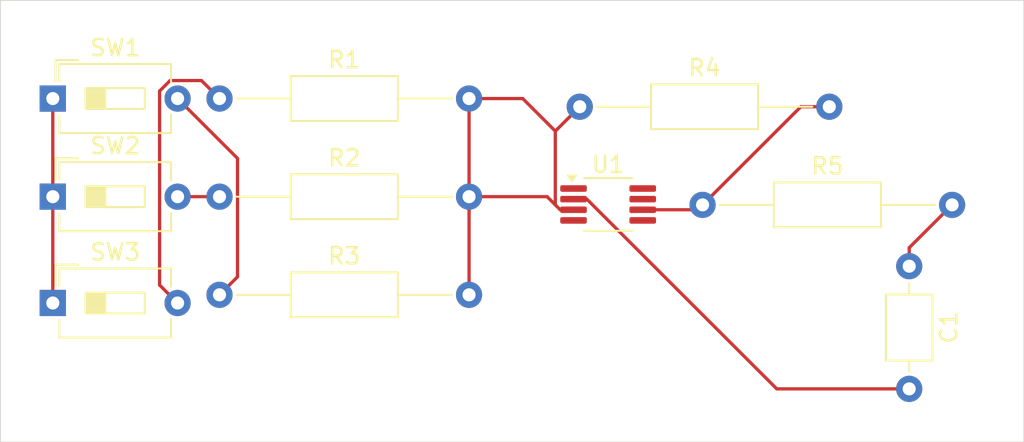
<source format=kicad_pcb>
(kicad_pcb (version 20240108) (generator "pcbnew") (generator_version "8.0")
  (title_block (title "DAC Converter") (date "2024-07-03") (rev "v1") (company "Elektronica"))
  (layers (0 "F.Cu" signal) (31 "B.Cu" signal) (34 "B.Paste" user) (35 "F.Paste" user) (36 "B.SilkS" user "B.Silkscreen") (37 "F.SilkS" user "F.Silkscreen") (38 "B.Mask" user) (39 "F.Mask" user) (44 "Edge.Cuts" user))
  (net 0 "")
  (net 1 "GND")
  (net 2 "/Analog_Out")
  (net 3 "/B2")
  (net 4 "/INPUT")
  (net 5 "/B1")
  (net 6 "/B0")
  (net 7 "/OUT")
  (net 8 "+3.3V")
  (net 9 "+5V")
  (net 10 "-5V")
  (footprint "Resistor_THT:R_Axial_DIN0207_L6.3mm_D2.5mm_P15.24mm_Horizontal" (layer "F.Cu") (at 116.38 89.5)
    (property "Reference" "R2" (at 7.62 -2.37 0) (layer "F.SilkS"))
    (property "Value" "2k")
    (fp_line (start 1.04 0) (end 4.35 0) (stroke (width 0.12)) (layer "F.SilkS"))
    (fp_line (start 4.35 -1.37) (end 4.35 1.37) (stroke (width 0.12)) (layer "F.SilkS"))
    (fp_line (start 4.35 1.37) (end 10.89 1.37) (stroke (width 0.12)) (layer "F.SilkS"))
    (fp_line (start 10.89 -1.37) (end 4.35 -1.37) (stroke (width 0.12)) (layer "F.SilkS"))
    (fp_line (start 10.89 1.37) (end 10.89 -1.37) (stroke (width 0.12)) (layer "F.SilkS"))
    (fp_line (start 14.2 0) (end 10.89 0) (stroke (width 0.12)) (layer "F.SilkS"))
    (pad "1" thru_hole circle (at 0 0) (size 1.6 1.6) (drill 0.8) (layers "*.Cu" "*.Mask") (net 5 "/B1"))
    (pad "2" thru_hole oval (at 15.24 0) (size 1.6 1.6) (drill 0.8) (layers "*.Cu" "*.Mask") (net 4 "/INPUT"))
  )
  (footprint "Package_SO:MSOP-8_3x3mm_P0.65mm" (layer "F.Cu") (at 140.1125 89.975)
    (property "Reference" "U1" (at 0 -2.45 0) (layer "F.SilkS"))
    (property "Value" "OP1177ARM")
    (fp_line (start 0 -1.61) (end -1.5 -1.61) (stroke (width 0.12)) (layer "F.SilkS"))
    (fp_line (start 0 -1.61) (end 1.5 -1.61) (stroke (width 0.12)) (layer "F.SilkS"))
    (fp_line (start 0 1.61) (end -1.5 1.61) (stroke (width 0.12)) (layer "F.SilkS"))
    (fp_line (start 0 1.61) (end 1.5 1.61) (stroke (width 0.12)) (layer "F.SilkS"))
    (fp_poly (pts (xy -2.2125 -1.435) (xy -2.4525 -1.765) (xy -1.9725 -1.765) (xy -2.2125 -1.435)) (stroke (width 0.12)) (fill solid) (layer "F.SilkS"))
    (pad "1" smd roundrect (at -2.1125 -0.975) (size 1.625 0.4) (layers "F.Cu" "F.Paste" "F.Mask"))
    (pad "2" smd roundrect (at -2.1125 -0.325) (size 1.625 0.4) (layers "F.Cu" "F.Paste" "F.Mask") (net 1 "GND"))
    (pad "3" smd roundrect (at -2.1125 0.325) (size 1.625 0.4) (layers "F.Cu" "F.Paste" "F.Mask") (net 4 "/INPUT"))
    (pad "4" smd roundrect (at -2.1125 0.975) (size 1.625 0.4) (layers "F.Cu" "F.Paste" "F.Mask") (net 10 "-5V"))
    (pad "5" smd roundrect (at 2.1125 0.975) (size 1.625 0.4) (layers "F.Cu" "F.Paste" "F.Mask"))
    (pad "6" smd roundrect (at 2.1125 0.325) (size 1.625 0.4) (layers "F.Cu" "F.Paste" "F.Mask") (net 7 "/OUT"))
    (pad "7" smd roundrect (at 2.1125 -0.325) (size 1.625 0.4) (layers "F.Cu" "F.Paste" "F.Mask") (net 9 "+5V"))
    (pad "8" smd roundrect (at 2.1125 -0.975) (size 1.625 0.4) (layers "F.Cu" "F.Paste" "F.Mask"))
  )
  (footprint "Resistor_THT:R_Axial_DIN0207_L6.3mm_D2.5mm_P15.24mm_Horizontal" (layer "F.Cu") (at 116.38 95.5)
    (property "Reference" "R3" (at 7.62 -2.37 0) (layer "F.SilkS"))
    (property "Value" "4k")
    (fp_line (start 1.04 0) (end 4.35 0) (stroke (width 0.12)) (layer "F.SilkS"))
    (fp_line (start 4.35 -1.37) (end 4.35 1.37) (stroke (width 0.12)) (layer "F.SilkS"))
    (fp_line (start 4.35 1.37) (end 10.89 1.37) (stroke (width 0.12)) (layer "F.SilkS"))
    (fp_line (start 10.89 -1.37) (end 4.35 -1.37) (stroke (width 0.12)) (layer "F.SilkS"))
    (fp_line (start 10.89 1.37) (end 10.89 -1.37) (stroke (width 0.12)) (layer "F.SilkS"))
    (fp_line (start 14.2 0) (end 10.89 0) (stroke (width 0.12)) (layer "F.SilkS"))
    (pad "1" thru_hole circle (at 0 0) (size 1.6 1.6) (drill 0.8) (layers "*.Cu" "*.Mask") (net 6 "/B0"))
    (pad "2" thru_hole oval (at 15.24 0) (size 1.6 1.6) (drill 0.8) (layers "*.Cu" "*.Mask") (net 4 "/INPUT"))
  )
  (footprint "Resistor_THT:R_Axial_DIN0207_L6.3mm_D2.5mm_P15.24mm_Horizontal" (layer "F.Cu") (at 145.88 90)
    (property "Reference" "R5" (at 7.62 -2.37 0) (layer "F.SilkS"))
    (property "Value" "1k")
    (fp_line (start 1.04 0) (end 4.35 0) (stroke (width 0.12)) (layer "F.SilkS"))
    (fp_line (start 4.35 -1.37) (end 4.35 1.37) (stroke (width 0.12)) (layer "F.SilkS"))
    (fp_line (start 4.35 1.37) (end 10.89 1.37) (stroke (width 0.12)) (layer "F.SilkS"))
    (fp_line (start 10.89 -1.37) (end 4.35 -1.37) (stroke (width 0.12)) (layer "F.SilkS"))
    (fp_line (start 10.89 1.37) (end 10.89 -1.37) (stroke (width 0.12)) (layer "F.SilkS"))
    (fp_line (start 14.2 0) (end 10.89 0) (stroke (width 0.12)) (layer "F.SilkS"))
    (pad "1" thru_hole circle (at 0 0) (size 1.6 1.6) (drill 0.8) (layers "*.Cu" "*.Mask") (net 7 "/OUT"))
    (pad "2" thru_hole oval (at 15.24 0) (size 1.6 1.6) (drill 0.8) (layers "*.Cu" "*.Mask") (net 2 "/Analog_Out"))
  )
  (footprint "Resistor_THT:R_Axial_DIN0207_L6.3mm_D2.5mm_P15.24mm_Horizontal" (layer "F.Cu") (at 138.38 84)
    (property "Reference" "R4" (at 7.62 -2.37 0) (layer "F.SilkS"))
    (property "Value" "1k")
    (fp_line (start 1.04 0) (end 4.35 0) (stroke (width 0.12)) (layer "F.SilkS"))
    (fp_line (start 4.35 -1.37) (end 4.35 1.37) (stroke (width 0.12)) (layer "F.SilkS"))
    (fp_line (start 4.35 1.37) (end 10.89 1.37) (stroke (width 0.12)) (layer "F.SilkS"))
    (fp_line (start 10.89 -1.37) (end 4.35 -1.37) (stroke (width 0.12)) (layer "F.SilkS"))
    (fp_line (start 10.89 1.37) (end 10.89 -1.37) (stroke (width 0.12)) (layer "F.SilkS"))
    (fp_line (start 14.2 0) (end 10.89 0) (stroke (width 0.12)) (layer "F.SilkS"))
    (pad "1" thru_hole circle (at 0 0) (size 1.6 1.6) (drill 0.8) (layers "*.Cu" "*.Mask") (net 4 "/INPUT"))
    (pad "2" thru_hole oval (at 15.24 0) (size 1.6 1.6) (drill 0.8) (layers "*.Cu" "*.Mask") (net 7 "/OUT"))
  )
  (footprint "Capacitor_THT:C_Axial_L3.8mm_D2.6mm_P7.50mm_Horizontal" (layer "F.Cu") (at 158.5 93.75 -90)
    (property "Reference" "C1" (at 3.75 -2.42 90) (layer "F.SilkS"))
    (property "Value" "200n")
    (fp_line (start 1.73 1.42) (end 5.77 1.42) (stroke (width 0.12)) (layer "F.SilkS"))
    (fp_line (start 5.77 1.42) (end 5.77 -1.42) (stroke (width 0.12)) (layer "F.SilkS"))
    (fp_line (start 1.04 0) (end 1.73 0) (stroke (width 0.12)) (layer "F.SilkS"))
    (fp_line (start 6.46 0) (end 5.77 0) (stroke (width 0.12)) (layer "F.SilkS"))
    (fp_line (start 1.73 -1.42) (end 1.73 1.42) (stroke (width 0.12)) (layer "F.SilkS"))
    (fp_line (start 5.77 -1.42) (end 1.73 -1.42) (stroke (width 0.12)) (layer "F.SilkS"))
    (pad "1" thru_hole circle (at 0 0 270) (size 1.6 1.6) (drill 0.8) (layers "*.Cu" "*.Mask") (net 2 "/Analog_Out"))
    (pad "2" thru_hole oval (at 7.5 0 270) (size 1.6 1.6) (drill 0.8) (layers "*.Cu" "*.Mask") (net 1 "GND"))
  )
  (footprint "Button_Switch_THT:SW_DIP_SPSTx01_Slide_6.7x4.1mm_W7.62mm_P2.54mm_LowProfile" (layer "F.Cu") (at 106.2 83.5)
    (property "Reference" "SW1" (at 3.81 -3.11 0) (layer "F.SilkS"))
    (property "Value" "SW_SPST")
    (fp_line (start 0.16 -2.35) (end 0.16 -1.04) (stroke (width 0.12)) (layer "F.SilkS"))
    (fp_line (start 0.16 -2.35) (end 1.543 -2.35) (stroke (width 0.12)) (layer "F.SilkS"))
    (fp_line (start 0.4 -2.11) (end 0.4 -1.04) (stroke (width 0.12)) (layer "F.SilkS"))
    (fp_line (start 0.4 -2.11) (end 7.221 -2.11) (stroke (width 0.12)) (layer "F.SilkS"))
    (fp_line (start 0.4 1.04) (end 0.4 2.11) (stroke (width 0.12)) (layer "F.SilkS"))
    (fp_line (start 0.4 2.11) (end 7.221 2.11) (stroke (width 0.12)) (layer "F.SilkS"))
    (fp_line (start 2 -0.635) (end 2 0.635) (stroke (width 0.12)) (layer "F.SilkS"))
    (fp_line (start 2 -0.515) (end 3.206667 -0.515) (stroke (width 0.12)) (layer "F.SilkS"))
    (fp_line (start 2 -0.395) (end 3.206667 -0.395) (stroke (width 0.12)) (layer "F.SilkS"))
    (fp_line (start 2 -0.275) (end 3.206667 -0.275) (stroke (width 0.12)) (layer "F.SilkS"))
    (fp_line (start 2 -0.155) (end 3.206667 -0.155) (stroke (width 0.12)) (layer "F.SilkS"))
    (fp_line (start 2 -0.035) (end 3.206667 -0.035) (stroke (width 0.12)) (layer "F.SilkS"))
    (fp_line (start 2 0.085) (end 3.206667 0.085) (stroke (width 0.12)) (layer "F.SilkS"))
    (fp_line (start 2 0.205) (end 3.206667 0.205) (stroke (width 0.12)) (layer "F.SilkS"))
    (fp_line (start 2 0.325) (end 3.206667 0.325) (stroke (width 0.12)) (layer "F.SilkS"))
    (fp_line (start 2 0.445) (end 3.206667 0.445) (stroke (width 0.12)) (layer "F.SilkS"))
    (fp_line (start 2 0.565) (end 3.206667 0.565) (stroke (width 0.12)) (layer "F.SilkS"))
    (fp_line (start 2 0.635) (end 5.62 0.635) (stroke (width 0.12)) (layer "F.SilkS"))
    (fp_line (start 3.206667 -0.635) (end 3.206667 0.635) (stroke (width 0.12)) (layer "F.SilkS"))
    (fp_line (start 5.62 -0.635) (end 2 -0.635) (stroke (width 0.12)) (layer "F.SilkS"))
    (fp_line (start 5.62 0.635) (end 5.62 -0.635) (stroke (width 0.12)) (layer "F.SilkS"))
    (fp_line (start 7.221 -2.11) (end 7.221 -0.99) (stroke (width 0.12)) (layer "F.SilkS"))
    (fp_line (start 7.221 0.99) (end 7.221 2.11) (stroke (width 0.12)) (layer "F.SilkS"))
    (pad "1" thru_hole rect (at 0 0) (size 1.6 1.6) (drill 0.8) (layers "*.Cu" "*.Mask") (net 8 "+3.3V"))
    (pad "2" thru_hole oval (at 7.62 0) (size 1.6 1.6) (drill 0.8) (layers "*.Cu" "*.Mask") (net 6 "/B0"))
  )
  (footprint "Resistor_THT:R_Axial_DIN0207_L6.3mm_D2.5mm_P15.24mm_Horizontal" (layer "F.Cu") (at 116.38 83.5)
    (property "Reference" "R1" (at 7.62 -2.37 0) (layer "F.SilkS"))
    (property "Value" "1k")
    (fp_line (start 1.04 0) (end 4.35 0) (stroke (width 0.12)) (layer "F.SilkS"))
    (fp_line (start 4.35 -1.37) (end 4.35 1.37) (stroke (width 0.12)) (layer "F.SilkS"))
    (fp_line (start 4.35 1.37) (end 10.89 1.37) (stroke (width 0.12)) (layer "F.SilkS"))
    (fp_line (start 10.89 -1.37) (end 4.35 -1.37) (stroke (width 0.12)) (layer "F.SilkS"))
    (fp_line (start 10.89 1.37) (end 10.89 -1.37) (stroke (width 0.12)) (layer "F.SilkS"))
    (fp_line (start 14.2 0) (end 10.89 0) (stroke (width 0.12)) (layer "F.SilkS"))
    (pad "1" thru_hole circle (at 0 0) (size 1.6 1.6) (drill 0.8) (layers "*.Cu" "*.Mask") (net 3 "/B2"))
    (pad "2" thru_hole oval (at 15.24 0) (size 1.6 1.6) (drill 0.8) (layers "*.Cu" "*.Mask") (net 4 "/INPUT"))
  )
  (footprint "Button_Switch_THT:SW_DIP_SPSTx01_Slide_6.7x4.1mm_W7.62mm_P2.54mm_LowProfile" (layer "F.Cu") (at 106.2 96)
    (property "Reference" "SW3" (at 3.81 -3.11 0) (layer "F.SilkS"))
    (property "Value" "SW_SPST")
    (fp_line (start 0.16 -2.35) (end 0.16 -1.04) (stroke (width 0.12)) (layer "F.SilkS"))
    (fp_line (start 0.16 -2.35) (end 1.543 -2.35) (stroke (width 0.12)) (layer "F.SilkS"))
    (fp_line (start 0.4 -2.11) (end 0.4 -1.04) (stroke (width 0.12)) (layer "F.SilkS"))
    (fp_line (start 0.4 -2.11) (end 7.221 -2.11) (stroke (width 0.12)) (layer "F.SilkS"))
    (fp_line (start 0.4 1.04) (end 0.4 2.11) (stroke (width 0.12)) (layer "F.SilkS"))
    (fp_line (start 0.4 2.11) (end 7.221 2.11) (stroke (width 0.12)) (layer "F.SilkS"))
    (fp_line (start 2 -0.635) (end 2 0.635) (stroke (width 0.12)) (layer "F.SilkS"))
    (fp_line (start 2 -0.515) (end 3.206667 -0.515) (stroke (width 0.12)) (layer "F.SilkS"))
    (fp_line (start 2 -0.395) (end 3.206667 -0.395) (stroke (width 0.12)) (layer "F.SilkS"))
    (fp_line (start 2 -0.275) (end 3.206667 -0.275) (stroke (width 0.12)) (layer "F.SilkS"))
    (fp_line (start 2 -0.155) (end 3.206667 -0.155) (stroke (width 0.12)) (layer "F.SilkS"))
    (fp_line (start 2 -0.035) (end 3.206667 -0.035) (stroke (width 0.12)) (layer "F.SilkS"))
    (fp_line (start 2 0.085) (end 3.206667 0.085) (stroke (width 0.12)) (layer "F.SilkS"))
    (fp_line (start 2 0.205) (end 3.206667 0.205) (stroke (width 0.12)) (layer "F.SilkS"))
    (fp_line (start 2 0.325) (end 3.206667 0.325) (stroke (width 0.12)) (layer "F.SilkS"))
    (fp_line (start 2 0.445) (end 3.206667 0.445) (stroke (width 0.12)) (layer "F.SilkS"))
    (fp_line (start 2 0.565) (end 3.206667 0.565) (stroke (width 0.12)) (layer "F.SilkS"))
    (fp_line (start 2 0.635) (end 5.62 0.635) (stroke (width 0.12)) (layer "F.SilkS"))
    (fp_line (start 3.206667 -0.635) (end 3.206667 0.635) (stroke (width 0.12)) (layer "F.SilkS"))
    (fp_line (start 5.62 -0.635) (end 2 -0.635) (stroke (width 0.12)) (layer "F.SilkS"))
    (fp_line (start 5.62 0.635) (end 5.62 -0.635) (stroke (width 0.12)) (layer "F.SilkS"))
    (fp_line (start 7.221 -2.11) (end 7.221 -0.99) (stroke (width 0.12)) (layer "F.SilkS"))
    (fp_line (start 7.221 0.99) (end 7.221 2.11) (stroke (width 0.12)) (layer "F.SilkS"))
    (pad "1" thru_hole rect (at 0 0) (size 1.6 1.6) (drill 0.8) (layers "*.Cu" "*.Mask") (net 8 "+3.3V"))
    (pad "2" thru_hole oval (at 7.62 0) (size 1.6 1.6) (drill 0.8) (layers "*.Cu" "*.Mask") (net 3 "/B2"))
  )
  (footprint "Button_Switch_THT:SW_DIP_SPSTx01_Slide_6.7x4.1mm_W7.62mm_P2.54mm_LowProfile" (layer "F.Cu") (at 106.2 89.5)
    (property "Reference" "SW2" (at 3.81 -3.11 0) (layer "F.SilkS"))
    (property "Value" "SW_SPST")
    (fp_line (start 0.16 -2.35) (end 0.16 -1.04) (stroke (width 0.12)) (layer "F.SilkS"))
    (fp_line (start 0.16 -2.35) (end 1.543 -2.35) (stroke (width 0.12)) (layer "F.SilkS"))
    (fp_line (start 0.4 -2.11) (end 0.4 -1.04) (stroke (width 0.12)) (layer "F.SilkS"))
    (fp_line (start 0.4 -2.11) (end 7.221 -2.11) (stroke (width 0.12)) (layer "F.SilkS"))
    (fp_line (start 0.4 1.04) (end 0.4 2.11) (stroke (width 0.12)) (layer "F.SilkS"))
    (fp_line (start 0.4 2.11) (end 7.221 2.11) (stroke (width 0.12)) (layer "F.SilkS"))
    (fp_line (start 2 -0.635) (end 2 0.635) (stroke (width 0.12)) (layer "F.SilkS"))
    (fp_line (start 2 -0.515) (end 3.206667 -0.515) (stroke (width 0.12)) (layer "F.SilkS"))
    (fp_line (start 2 -0.395) (end 3.206667 -0.395) (stroke (width 0.12)) (layer "F.SilkS"))
    (fp_line (start 2 -0.275) (end 3.206667 -0.275) (stroke (width 0.12)) (layer "F.SilkS"))
    (fp_line (start 2 -0.155) (end 3.206667 -0.155) (stroke (width 0.12)) (layer "F.SilkS"))
    (fp_line (start 2 -0.035) (end 3.206667 -0.035) (stroke (width 0.12)) (layer "F.SilkS"))
    (fp_line (start 2 0.085) (end 3.206667 0.085) (stroke (width 0.12)) (layer "F.SilkS"))
    (fp_line (start 2 0.205) (end 3.206667 0.205) (stroke (width 0.12)) (layer "F.SilkS"))
    (fp_line (start 2 0.325) (end 3.206667 0.325) (stroke (width 0.12)) (layer "F.SilkS"))
    (fp_line (start 2 0.445) (end 3.206667 0.445) (stroke (width 0.12)) (layer "F.SilkS"))
    (fp_line (start 2 0.565) (end 3.206667 0.565) (stroke (width 0.12)) (layer "F.SilkS"))
    (fp_line (start 2 0.635) (end 5.62 0.635) (stroke (width 0.12)) (layer "F.SilkS"))
    (fp_line (start 3.206667 -0.635) (end 3.206667 0.635) (stroke (width 0.12)) (layer "F.SilkS"))
    (fp_line (start 5.62 -0.635) (end 2 -0.635) (stroke (width 0.12)) (layer "F.SilkS"))
    (fp_line (start 5.62 0.635) (end 5.62 -0.635) (stroke (width 0.12)) (layer "F.SilkS"))
    (fp_line (start 7.221 -2.11) (end 7.221 -0.99) (stroke (width 0.12)) (layer "F.SilkS"))
    (fp_line (start 7.221 0.99) (end 7.221 2.11) (stroke (width 0.12)) (layer "F.SilkS"))
    (pad "1" thru_hole rect (at 0 0) (size 1.6 1.6) (drill 0.8) (layers "*.Cu" "*.Mask") (net 8 "+3.3V"))
    (pad "2" thru_hole oval (at 7.62 0) (size 1.6 1.6) (drill 0.8) (layers "*.Cu" "*.Mask") (net 5 "/B1"))
  )
  (gr_rect (start 103 77.5) (end 165.5 104.5) (stroke (width 0.05)) (fill none) (layer "Edge.Cuts"))
  (segment (start 138 89.65) (end 138.812499 89.65) (width 0.2) (layer "F.Cu") (net 1))
  (segment (start 150.412499 101.25) (end 158.5 101.25) (width 0.2) (layer "F.Cu") (net 1))
  (segment (start 138.812499 89.65) (end 150.412499 101.25) (width 0.2) (layer "F.Cu") (net 1))
  (segment (start 158.5 92.62) (end 158.5 93.75) (width 0.2) (layer "F.Cu") (net 2))
  (segment (start 161.12 90) (end 158.5 92.62) (width 0.2) (layer "F.Cu") (net 2))
  (segment (start 116.38 83.5) (end 115.28 82.4) (width 0.2) (layer "F.Cu") (net 3))
  (segment (start 113.364365 82.4) (end 112.72 83.044365) (width 0.2) (layer "F.Cu") (net 3))
  (segment (start 112.72 94.9) (end 113.82 96) (width 0.2) (layer "F.Cu") (net 3))
  (segment (start 112.72 83.044365) (end 112.72 94.9) (width 0.2) (layer "F.Cu") (net 3))
  (segment (start 115.28 82.4) (end 113.364365 82.4) (width 0.2) (layer "F.Cu") (net 3))
  (segment (start 137.187501 90.3) (end 138 90.3) (width 0.2) (layer "F.Cu") (net 4))
  (segment (start 131.62 89.5) (end 131.62 95.5) (width 0.2) (layer "F.Cu") (net 4))
  (segment (start 136.387501 89.5) (end 136.8875 89.999999) (width 0.2) (layer "F.Cu") (net 4))
  (segment (start 134.895 83.5) (end 136.8875 85.4925) (width 0.2) (layer "F.Cu") (net 4))
  (segment (start 131.62 83.5) (end 134.895 83.5) (width 0.2) (layer "F.Cu") (net 4))
  (segment (start 131.62 83.5) (end 131.62 89.5) (width 0.2) (layer "F.Cu") (net 4))
  (segment (start 136.8875 89.999999) (end 137.187501 90.3) (width 0.2) (layer "F.Cu") (net 4))
  (segment (start 136.8875 85.4925) (end 136.8875 89.999999) (width 0.2) (layer "F.Cu") (net 4))
  (segment (start 138.38 84) (end 136.8875 85.4925) (width 0.2) (layer "F.Cu") (net 4))
  (segment (start 131.62 89.5) (end 136.387501 89.5) (width 0.2) (layer "F.Cu") (net 4))
  (segment (start 113.82 89.5) (end 116.38 89.5) (width 0.2) (layer "F.Cu") (net 5))
  (segment (start 117.48 87.16) (end 117.48 94.4) (width 0.2) (layer "F.Cu") (net 6))
  (segment (start 117.48 94.4) (end 116.38 95.5) (width 0.2) (layer "F.Cu") (net 6))
  (segment (start 113.82 83.5) (end 117.48 87.16) (width 0.2) (layer "F.Cu") (net 6))
  (segment (start 145.58 90.3) (end 142.225 90.3) (width 0.2) (layer "F.Cu") (net 7))
  (segment (start 151.88 84) (end 145.88 90) (width 0.2) (layer "F.Cu") (net 7))
  (segment (start 153.62 84) (end 151.88 84) (width 0.2) (layer "F.Cu") (net 7))
  (segment (start 145.88 90) (end 145.58 90.3) (width 0.2) (layer "F.Cu") (net 7))
  (segment (start 106.2 89.5) (end 106.2 96) (width 0.2) (layer "F.Cu") (net 8))
  (segment (start 106.2 83.5) (end 106.2 89.5) (width 0.2) (layer "F.Cu") (net 8))
)
</source>
